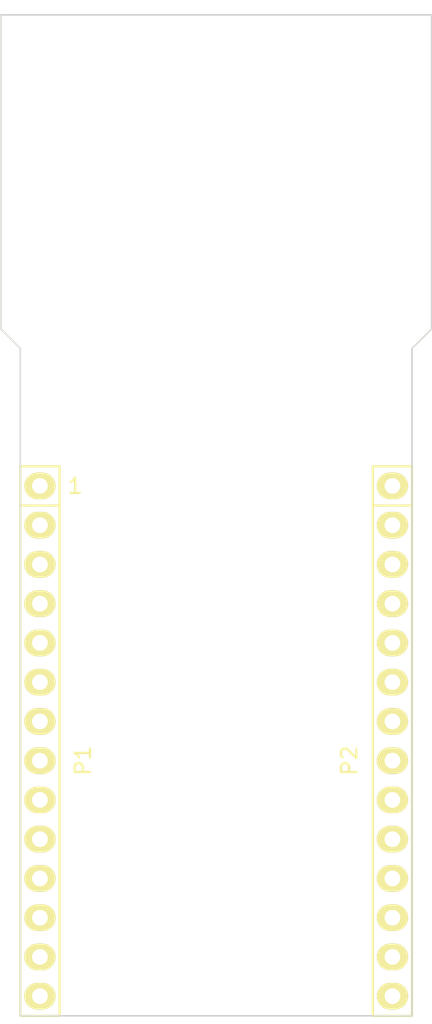
<source format=kicad_pcb>
(kicad_pcb (version 20221018) (generator pcbnew)
  (title_block (date "sam. 04 avril 2015"))
  (layers (0 "F.Cu" signal) (31 "B.Cu" signal) (34 "B.Paste" user) (35 "F.Paste" user) (36 "B.SilkS" user "B.Silkscreen") (37 "F.SilkS" user "F.Silkscreen") (38 "B.Mask" user) (39 "F.Mask" user) (44 "Edge.Cuts" user))
  (net 0 "")
  (net 1 "GND")
  (net 2 "/2")
  (net 3 "/3(**)")
  (net 4 "/4")
  (net 5 "/5(**)")
  (net 6 "/6(**)")
  (net 7 "/7")
  (net 8 "/8")
  (net 9 "/9(**)")
  (net 10 "/10(**/SCK)")
  (net 11 "/11(**/MOSI)")
  (net 12 "/12(MISO)")
  (net 13 "/13(SS)")
  (net 14 "/AREF")
  (net 15 "/RxI")
  (net 16 "/TxO")
  (net 17 "/DTR")
  (net 18 "/A0")
  (net 19 "/A1")
  (net 20 "/A2")
  (net 21 "/A3")
  (net 22 "/A4(SDA)")
  (net 23 "/A5(SCL)")
  (net 24 "/A6")
  (net 25 "/A7")
  (net 26 "+3V3")
  (footprint "Socket_Arduino_Fio:Socket_Strip_Straight_1x14" (layer "F.Cu") (at 130.048 92.456 -90)
    (fp_text reference "P1" (at 17.78 -2.794 270) (layer "F.SilkS"))
    (fp_text value "Digital")
    (fp_line (start -1.27 -1.27) (end -1.27 1.27) (stroke (width 0.15)) (layer "F.SilkS"))
    (fp_line (start -1.27 -1.27) (end 1.27 -1.27) (stroke (width 0.15)) (layer "F.SilkS"))
    (fp_line (start -1.27 1.27) (end 1.27 1.27) (stroke (width 0.15)) (layer "F.SilkS"))
    (fp_line (start 1.27 -1.27) (end 34.29 -1.27) (stroke (width 0.15)) (layer "F.SilkS"))
    (fp_line (start 1.27 1.27) (end 1.27 -1.27) (stroke (width 0.15)) (layer "F.SilkS"))
    (fp_line (start 34.29 -1.27) (end 34.29 1.27) (stroke (width 0.15)) (layer "F.SilkS"))
    (fp_line (start 34.29 1.27) (end 1.27 1.27) (stroke (width 0.15)) (layer "F.SilkS"))
    (pad "1" thru_hole oval locked (at 0 0 270) (size 1.7272 2.032) (drill 1.016) (layers "*.Cu" "*.Mask" "F.SilkS") (net 26 "+3V3"))
    (pad "2" thru_hole oval locked (at 2.54 0 270) (size 1.7272 2.032) (drill 1.016) (layers "*.Cu" "*.Mask" "F.SilkS") (net 1 "GND"))
    (pad "3" thru_hole oval locked (at 5.08 0 270) (size 1.7272 2.032) (drill 1.016) (layers "*.Cu" "*.Mask" "F.SilkS") (net 2 "/2"))
    (pad "4" thru_hole oval locked (at 7.62 0 270) (size 1.7272 2.032) (drill 1.016) (layers "*.Cu" "*.Mask" "F.SilkS") (net 3 "/3(**)"))
    (pad "5" thru_hole oval locked (at 10.16 0 270) (size 1.7272 2.032) (drill 1.016) (layers "*.Cu" "*.Mask" "F.SilkS") (net 4 "/4"))
    (pad "6" thru_hole oval locked (at 12.7 0 270) (size 1.7272 2.032) (drill 1.016) (layers "*.Cu" "*.Mask" "F.SilkS") (net 5 "/5(**)"))
    (pad "7" thru_hole oval locked (at 15.24 0 270) (size 1.7272 2.032) (drill 1.016) (layers "*.Cu" "*.Mask" "F.SilkS") (net 6 "/6(**)"))
    (pad "8" thru_hole oval locked (at 17.78 0 270) (size 1.7272 2.032) (drill 1.016) (layers "*.Cu" "*.Mask" "F.SilkS") (net 7 "/7"))
    (pad "9" thru_hole oval locked (at 20.32 0 270) (size 1.7272 2.032) (drill 1.016) (layers "*.Cu" "*.Mask" "F.SilkS") (net 8 "/8"))
    (pad "10" thru_hole oval locked (at 22.86 0 270) (size 1.7272 2.032) (drill 1.016) (layers "*.Cu" "*.Mask" "F.SilkS") (net 9 "/9(**)"))
    (pad "11" thru_hole oval locked (at 25.4 0 270) (size 1.7272 2.032) (drill 1.016) (layers "*.Cu" "*.Mask" "F.SilkS") (net 10 "/10(**/SCK)"))
    (pad "12" thru_hole oval locked (at 27.94 0 270) (size 1.7272 2.032) (drill 1.016) (layers "*.Cu" "*.Mask" "F.SilkS") (net 11 "/11(**/MOSI)"))
    (pad "13" thru_hole oval locked (at 30.48 0 270) (size 1.7272 2.032) (drill 1.016) (layers "*.Cu" "*.Mask" "F.SilkS") (net 12 "/12(MISO)"))
    (pad "14" thru_hole oval locked (at 33.02 0 270) (size 1.7272 2.032) (drill 1.016) (layers "*.Cu" "*.Mask" "F.SilkS") (net 13 "/13(SS)"))
  )
  (footprint "Socket_Arduino_Fio:Socket_Strip_Straight_1x14" (layer "F.Cu") (at 152.908 92.456 -90)
    (fp_text reference "P2" (at 17.78 2.794 270) (layer "F.SilkS"))
    (fp_text value "Analog")
    (fp_line (start -1.27 -1.27) (end -1.27 1.27) (stroke (width 0.15)) (layer "F.SilkS"))
    (fp_line (start -1.27 -1.27) (end 1.27 -1.27) (stroke (width 0.15)) (layer "F.SilkS"))
    (fp_line (start -1.27 1.27) (end 1.27 1.27) (stroke (width 0.15)) (layer "F.SilkS"))
    (fp_line (start 1.27 -1.27) (end 34.29 -1.27) (stroke (width 0.15)) (layer "F.SilkS"))
    (fp_line (start 1.27 1.27) (end 1.27 -1.27) (stroke (width 0.15)) (layer "F.SilkS"))
    (fp_line (start 34.29 -1.27) (end 34.29 1.27) (stroke (width 0.15)) (layer "F.SilkS"))
    (fp_line (start 34.29 1.27) (end 1.27 1.27) (stroke (width 0.15)) (layer "F.SilkS"))
    (pad "1" thru_hole oval locked (at 0 0 270) (size 1.7272 2.032) (drill 1.016) (layers "*.Cu" "*.Mask" "F.SilkS") (net 1 "GND"))
    (pad "2" thru_hole oval locked (at 2.54 0 270) (size 1.7272 2.032) (drill 1.016) (layers "*.Cu" "*.Mask" "F.SilkS") (net 14 "/AREF"))
    (pad "3" thru_hole oval locked (at 5.08 0 270) (size 1.7272 2.032) (drill 1.016) (layers "*.Cu" "*.Mask" "F.SilkS") (net 26 "+3V3"))
    (pad "4" thru_hole oval locked (at 7.62 0 270) (size 1.7272 2.032) (drill 1.016) (layers "*.Cu" "*.Mask" "F.SilkS") (net 15 "/RxI"))
    (pad "5" thru_hole oval locked (at 10.16 0 270) (size 1.7272 2.032) (drill 1.016) (layers "*.Cu" "*.Mask" "F.SilkS") (net 16 "/TxO"))
    (pad "6" thru_hole oval locked (at 12.7 0 270) (size 1.7272 2.032) (drill 1.016) (layers "*.Cu" "*.Mask" "F.SilkS") (net 17 "/DTR"))
    (pad "7" thru_hole oval locked (at 15.24 0 270) (size 1.7272 2.032) (drill 1.016) (layers "*.Cu" "*.Mask" "F.SilkS") (net 18 "/A0"))
    (pad "8" thru_hole oval locked (at 17.78 0 270) (size 1.7272 2.032) (drill 1.016) (layers "*.Cu" "*.Mask" "F.SilkS") (net 19 "/A1"))
    (pad "9" thru_hole oval locked (at 20.32 0 270) (size 1.7272 2.032) (drill 1.016) (layers "*.Cu" "*.Mask" "F.SilkS") (net 20 "/A2"))
    (pad "10" thru_hole oval locked (at 22.86 0 270) (size 1.7272 2.032) (drill 1.016) (layers "*.Cu" "*.Mask" "F.SilkS") (net 21 "/A3"))
    (pad "11" thru_hole oval locked (at 25.4 0 270) (size 1.7272 2.032) (drill 1.016) (layers "*.Cu" "*.Mask" "F.SilkS") (net 22 "/A4(SDA)"))
    (pad "12" thru_hole oval locked (at 27.94 0 270) (size 1.7272 2.032) (drill 1.016) (layers "*.Cu" "*.Mask" "F.SilkS") (net 23 "/A5(SCL)"))
    (pad "13" thru_hole oval locked (at 30.48 0 270) (size 1.7272 2.032) (drill 1.016) (layers "*.Cu" "*.Mask" "F.SilkS") (net 24 "/A6"))
    (pad "14" thru_hole oval locked (at 33.02 0 270) (size 1.7272 2.032) (drill 1.016) (layers "*.Cu" "*.Mask" "F.SilkS") (net 25 "/A7"))
  )
  (gr_line (start 154.178 126.746) (end 154.178 83.566) (stroke (width 0.1)) (layer "Edge.Cuts"))
  (gr_line (start 154.178 83.566) (end 155.448 82.296) (stroke (width 0.1)) (layer "Edge.Cuts"))
  (gr_line (start 128.778 83.566) (end 128.778 126.746) (stroke (width 0.1)) (layer "Edge.Cuts"))
  (gr_line (start 127.508 61.976) (end 127.508 82.296) (stroke (width 0.1)) (layer "Edge.Cuts"))
  (gr_line (start 127.508 82.296) (end 128.778 83.566) (stroke (width 0.1)) (layer "Edge.Cuts"))
  (gr_line (start 155.448 61.976) (end 127.508 61.976) (stroke (width 0.1)) (layer "Edge.Cuts"))
  (gr_line (start 128.778 126.746) (end 154.178 126.746) (stroke (width 0.1)) (layer "Edge.Cuts"))
  (gr_line (start 155.448 82.296) (end 155.448 61.976) (stroke (width 0.1)) (layer "Edge.Cuts"))
  (gr_text "1\n" (at 132.334 92.456) (layer "F.SilkS") (effects (font (size 1 1))))
)
</source>
